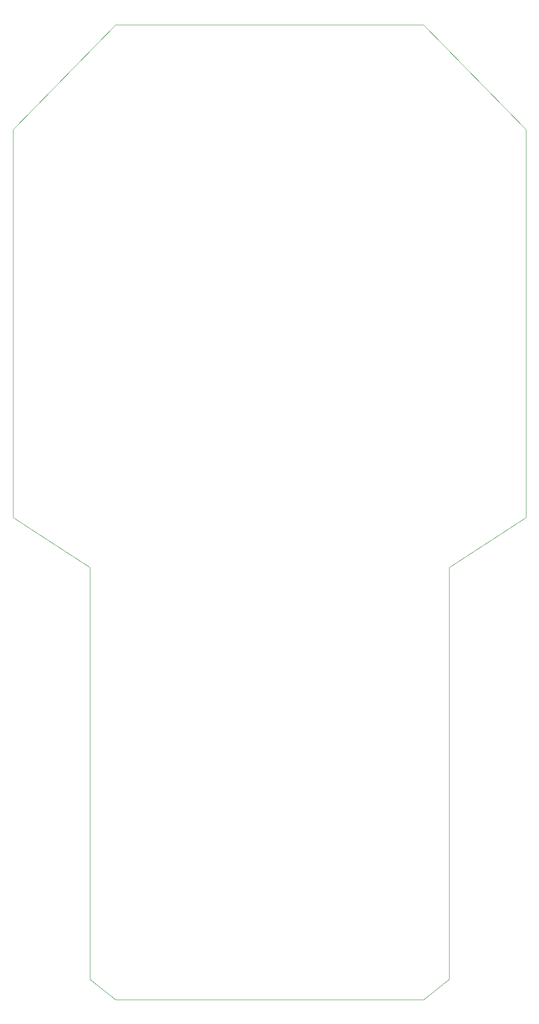
<source format=gbr>
%TF.GenerationSoftware,KiCad,Pcbnew,9.0.3*%
%TF.CreationDate,2025-10-28T10:03:49+01:00*%
%TF.ProjectId,PCB_Tarjeta_DevOps,5043425f-5461-4726-9a65-74615f446576,rev?*%
%TF.SameCoordinates,Original*%
%TF.FileFunction,Profile,NP*%
%FSLAX46Y46*%
G04 Gerber Fmt 4.6, Leading zero omitted, Abs format (unit mm)*
G04 Created by KiCad (PCBNEW 9.0.3) date 2025-10-28 10:03:49*
%MOMM*%
%LPD*%
G01*
G04 APERTURE LIST*
%TA.AperFunction,Profile*%
%ADD10C,0.050000*%
%TD*%
G04 APERTURE END LIST*
D10*
X224184000Y-82178000D02*
X224184000Y-157774000D01*
X209184000Y-167538000D01*
X209184000Y-247774000D01*
X204184000Y-251758000D01*
X144184000Y-251758000D01*
X139184000Y-247774000D01*
X139184000Y-167538000D01*
X124184000Y-157774000D01*
X124184000Y-82178000D01*
X144184000Y-61766000D01*
X204184000Y-61766000D01*
X224184000Y-82178000D01*
M02*

</source>
